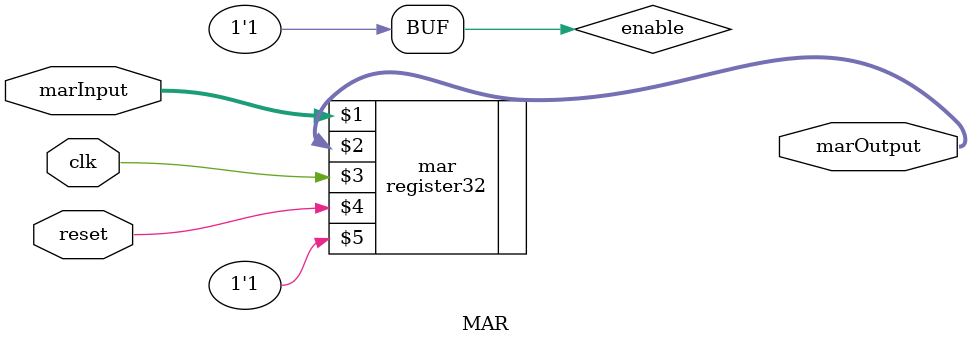
<source format=v>
module MAR(marInput, marOutput, clk, reset);

parameter WIDTH = 32;

	input wire [WIDTH-1:0] marInput;
	output reg [WIDTH-1:0] marOutput;
	input clk, reset;

	
assign enable = 'b1;

register32 mar(marInput, marOutput, clk, reset, enable);


		
endmodule
</source>
